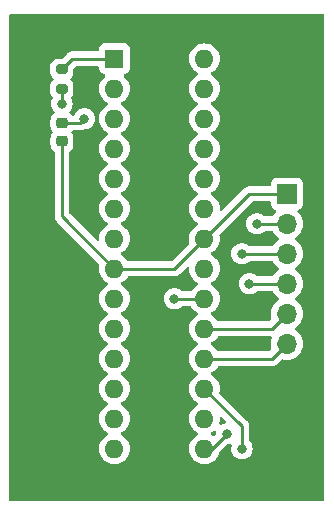
<source format=gbr>
%TF.GenerationSoftware,KiCad,Pcbnew,7.0.1*%
%TF.CreationDate,2023-05-04T02:21:34+01:00*%
%TF.ProjectId,wiikey_dip,7769696b-6579-45f6-9469-702e6b696361,rev?*%
%TF.SameCoordinates,Original*%
%TF.FileFunction,Copper,L1,Top*%
%TF.FilePolarity,Positive*%
%FSLAX46Y46*%
G04 Gerber Fmt 4.6, Leading zero omitted, Abs format (unit mm)*
G04 Created by KiCad (PCBNEW 7.0.1) date 2023-05-04 02:21:34*
%MOMM*%
%LPD*%
G01*
G04 APERTURE LIST*
G04 Aperture macros list*
%AMRoundRect*
0 Rectangle with rounded corners*
0 $1 Rounding radius*
0 $2 $3 $4 $5 $6 $7 $8 $9 X,Y pos of 4 corners*
0 Add a 4 corners polygon primitive as box body*
4,1,4,$2,$3,$4,$5,$6,$7,$8,$9,$2,$3,0*
0 Add four circle primitives for the rounded corners*
1,1,$1+$1,$2,$3*
1,1,$1+$1,$4,$5*
1,1,$1+$1,$6,$7*
1,1,$1+$1,$8,$9*
0 Add four rect primitives between the rounded corners*
20,1,$1+$1,$2,$3,$4,$5,0*
20,1,$1+$1,$4,$5,$6,$7,0*
20,1,$1+$1,$6,$7,$8,$9,0*
20,1,$1+$1,$8,$9,$2,$3,0*%
G04 Aperture macros list end*
%TA.AperFunction,ComponentPad*%
%ADD10R,1.600000X1.600000*%
%TD*%
%TA.AperFunction,ComponentPad*%
%ADD11O,1.600000X1.600000*%
%TD*%
%TA.AperFunction,SMDPad,CuDef*%
%ADD12RoundRect,0.200000X0.275000X-0.200000X0.275000X0.200000X-0.275000X0.200000X-0.275000X-0.200000X0*%
%TD*%
%TA.AperFunction,ComponentPad*%
%ADD13R,1.700000X1.700000*%
%TD*%
%TA.AperFunction,ComponentPad*%
%ADD14O,1.700000X1.700000*%
%TD*%
%TA.AperFunction,SMDPad,CuDef*%
%ADD15RoundRect,0.225000X0.250000X-0.225000X0.250000X0.225000X-0.250000X0.225000X-0.250000X-0.225000X0*%
%TD*%
%TA.AperFunction,ViaPad*%
%ADD16C,0.800000*%
%TD*%
%TA.AperFunction,Conductor*%
%ADD17C,0.250000*%
%TD*%
G04 APERTURE END LIST*
D10*
%TO.P,U1,1,PC6/~{RESET}*%
%TO.N,Net-(U1-PC6{slash}~{RESET})*%
X153035000Y-79375000D03*
D11*
%TO.P,U1,2,PD0*%
%TO.N,unconnected-(U1-PD0-Pad2)*%
X153035000Y-81915000D03*
%TO.P,U1,3,PD1*%
%TO.N,unconnected-(U1-PD1-Pad3)*%
X153035000Y-84455000D03*
%TO.P,U1,4,PD2*%
%TO.N,unconnected-(U1-PD2-Pad4)*%
X153035000Y-86995000D03*
%TO.P,U1,5,PD3*%
%TO.N,unconnected-(U1-PD3-Pad5)*%
X153035000Y-89535000D03*
%TO.P,U1,6,PD4*%
%TO.N,unconnected-(U1-PD4-Pad6)*%
X153035000Y-92075000D03*
%TO.P,U1,7,VCC*%
%TO.N,Net-(J1-Pin_2)*%
X153035000Y-94615000D03*
%TO.P,U1,8,GND*%
%TO.N,Net-(J1-Pin_1)*%
X153035000Y-97155000D03*
%TO.P,U1,9,PB6/XTAL1*%
%TO.N,unconnected-(U1-PB6{slash}XTAL1-Pad9)*%
X153035000Y-99695000D03*
%TO.P,U1,10,PB7/XTAL2*%
%TO.N,unconnected-(U1-PB7{slash}XTAL2-Pad10)*%
X153035000Y-102235000D03*
%TO.P,U1,11,PD5*%
%TO.N,unconnected-(U1-PD5-Pad11)*%
X153035000Y-104775000D03*
%TO.P,U1,12,PD6*%
%TO.N,unconnected-(U1-PD6-Pad12)*%
X153035000Y-107315000D03*
%TO.P,U1,13,PD7*%
%TO.N,unconnected-(U1-PD7-Pad13)*%
X153035000Y-109855000D03*
%TO.P,U1,14,PB0*%
%TO.N,unconnected-(U1-PB0-Pad14)*%
X153035000Y-112395000D03*
%TO.P,U1,15,PB1*%
%TO.N,Net-(J1-Pin_3)*%
X160655000Y-112395000D03*
%TO.P,U1,16,PB2*%
%TO.N,unconnected-(U1-PB2-Pad16)*%
X160655000Y-109855000D03*
%TO.P,U1,17,PB3*%
%TO.N,Net-(J1-Pin_4)*%
X160655000Y-107315000D03*
%TO.P,U1,18,PB4*%
%TO.N,Net-(J1-Pin_6)*%
X160655000Y-104775000D03*
%TO.P,U1,19,PB5*%
%TO.N,Net-(J1-Pin_5)*%
X160655000Y-102235000D03*
%TO.P,U1,20,AVCC*%
%TO.N,Net-(U1-AVCC)*%
X160655000Y-99695000D03*
%TO.P,U1,21,AREF*%
%TO.N,unconnected-(U1-AREF-Pad21)*%
X160655000Y-97155000D03*
%TO.P,U1,22,AGND*%
%TO.N,Net-(J1-Pin_1)*%
X160655000Y-94615000D03*
%TO.P,U1,23,PC0*%
%TO.N,unconnected-(U1-PC0-Pad23)*%
X160655000Y-92075000D03*
%TO.P,U1,24,PC1*%
%TO.N,unconnected-(U1-PC1-Pad24)*%
X160655000Y-89535000D03*
%TO.P,U1,25,PC2*%
%TO.N,unconnected-(U1-PC2-Pad25)*%
X160655000Y-86995000D03*
%TO.P,U1,26,PC3*%
%TO.N,unconnected-(U1-PC3-Pad26)*%
X160655000Y-84455000D03*
%TO.P,U1,27,PC4*%
%TO.N,unconnected-(U1-PC4-Pad27)*%
X160655000Y-81915000D03*
%TO.P,U1,28,PC5*%
%TO.N,unconnected-(U1-PC5-Pad28)*%
X160655000Y-79375000D03*
%TD*%
D12*
%TO.P,R1,1*%
%TO.N,Net-(U1-AVCC)*%
X148590000Y-81915000D03*
%TO.P,R1,2*%
%TO.N,Net-(U1-PC6{slash}~{RESET})*%
X148590000Y-80265000D03*
%TD*%
D13*
%TO.P,J1,1,Pin_1*%
%TO.N,Net-(J1-Pin_1)*%
X167640000Y-90805000D03*
D14*
%TO.P,J1,2,Pin_2*%
%TO.N,Net-(J1-Pin_2)*%
X167640000Y-93345000D03*
%TO.P,J1,3,Pin_3*%
%TO.N,Net-(J1-Pin_3)*%
X167640000Y-95885000D03*
%TO.P,J1,4,Pin_4*%
%TO.N,Net-(J1-Pin_4)*%
X167640000Y-98425000D03*
%TO.P,J1,5,Pin_5*%
%TO.N,Net-(J1-Pin_5)*%
X167640000Y-100965000D03*
%TO.P,J1,6,Pin_6*%
%TO.N,Net-(J1-Pin_6)*%
X167640000Y-103505000D03*
%TD*%
D15*
%TO.P,C1,1*%
%TO.N,Net-(J1-Pin_1)*%
X148590000Y-86360000D03*
%TO.P,C1,2*%
%TO.N,Net-(J1-Pin_2)*%
X148590000Y-84810000D03*
%TD*%
D16*
%TO.N,Net-(J1-Pin_3)*%
X163830000Y-95885000D03*
X162560000Y-111125000D03*
%TO.N,Net-(J1-Pin_4)*%
X163830000Y-112395000D03*
%TO.N,Net-(U1-AVCC)*%
X158115000Y-99695000D03*
%TO.N,Net-(J1-Pin_2)*%
X150495000Y-84455000D03*
X165100000Y-93345000D03*
%TO.N,Net-(J1-Pin_4)*%
X164465000Y-98425000D03*
%TO.N,Net-(U1-AVCC)*%
X148590000Y-83185000D03*
%TD*%
D17*
%TO.N,Net-(J1-Pin_3)*%
X161290000Y-112395000D02*
X160655000Y-112395000D01*
X162560000Y-111125000D02*
X161290000Y-112395000D01*
X167640000Y-95885000D02*
X163830000Y-95885000D01*
%TO.N,Net-(J1-Pin_4)*%
X163830000Y-110490000D02*
X163830000Y-112395000D01*
X160655000Y-107315000D02*
X163830000Y-110490000D01*
X167640000Y-98425000D02*
X164465000Y-98425000D01*
%TO.N,Net-(J1-Pin_5)*%
X166370000Y-102235000D02*
X160655000Y-102235000D01*
X167640000Y-100965000D02*
X166370000Y-102235000D01*
%TO.N,Net-(J1-Pin_6)*%
X166370000Y-104775000D02*
X167640000Y-103505000D01*
X160655000Y-104775000D02*
X166370000Y-104775000D01*
%TO.N,Net-(U1-AVCC)*%
X158115000Y-99695000D02*
X160655000Y-99695000D01*
%TO.N,Net-(J1-Pin_2)*%
X148590000Y-84810000D02*
X150140000Y-84810000D01*
X150140000Y-84810000D02*
X150495000Y-84455000D01*
X167640000Y-93345000D02*
X165100000Y-93345000D01*
%TO.N,Net-(J1-Pin_1)*%
X164465000Y-90805000D02*
X167640000Y-90805000D01*
X160655000Y-94615000D02*
X164465000Y-90805000D01*
X158115000Y-97155000D02*
X160655000Y-94615000D01*
X153035000Y-97155000D02*
X158115000Y-97155000D01*
X148590000Y-92710000D02*
X153035000Y-97155000D01*
X148590000Y-86360000D02*
X148590000Y-92710000D01*
%TO.N,Net-(U1-AVCC)*%
X148590000Y-81915000D02*
X148590000Y-83185000D01*
%TO.N,Net-(U1-PC6{slash}~{RESET})*%
X149480000Y-79375000D02*
X148590000Y-80265000D01*
X153035000Y-79375000D02*
X149480000Y-79375000D01*
%TD*%
%TA.AperFunction,NonConductor*%
G36*
X170753000Y-75581613D02*
G01*
X170798387Y-75627000D01*
X170815000Y-75689000D01*
X170815000Y-116716000D01*
X170798387Y-116778000D01*
X170753000Y-116823387D01*
X170691000Y-116840000D01*
X144269000Y-116840000D01*
X144207000Y-116823387D01*
X144161613Y-116778000D01*
X144145000Y-116716000D01*
X144145000Y-86633344D01*
X147614500Y-86633344D01*
X147624650Y-86732707D01*
X147677997Y-86893699D01*
X147767031Y-87038044D01*
X147886955Y-87157968D01*
X147905597Y-87169467D01*
X147948778Y-87214574D01*
X147964500Y-87275005D01*
X147964500Y-92627256D01*
X147962235Y-92647762D01*
X147964439Y-92717873D01*
X147964500Y-92721768D01*
X147964500Y-92749349D01*
X147965003Y-92753334D01*
X147965918Y-92764967D01*
X147967290Y-92808626D01*
X147972879Y-92827860D01*
X147976825Y-92846916D01*
X147979335Y-92866792D01*
X147995414Y-92907404D01*
X147999197Y-92918451D01*
X148011382Y-92960391D01*
X148021580Y-92977635D01*
X148030136Y-92995100D01*
X148037514Y-93013732D01*
X148037515Y-93013733D01*
X148063180Y-93049059D01*
X148069593Y-93058822D01*
X148091826Y-93096416D01*
X148091829Y-93096419D01*
X148091830Y-93096420D01*
X148105995Y-93110585D01*
X148118627Y-93125375D01*
X148130406Y-93141587D01*
X148164058Y-93169426D01*
X148172699Y-93177289D01*
X151735586Y-96740177D01*
X151767680Y-96795764D01*
X151767680Y-96859950D01*
X151749364Y-96928307D01*
X151729531Y-97155000D01*
X151749364Y-97381689D01*
X151808261Y-97601497D01*
X151904432Y-97807735D01*
X152034953Y-97994140D01*
X152195859Y-98155046D01*
X152312537Y-98236744D01*
X152382266Y-98285568D01*
X152440275Y-98312618D01*
X152492450Y-98358375D01*
X152511869Y-98425000D01*
X152492450Y-98491625D01*
X152440275Y-98537382D01*
X152382263Y-98564433D01*
X152195859Y-98694953D01*
X152034953Y-98855859D01*
X151904432Y-99042264D01*
X151808261Y-99248502D01*
X151749364Y-99468310D01*
X151729531Y-99695000D01*
X151749364Y-99921689D01*
X151808261Y-100141497D01*
X151904432Y-100347735D01*
X152034953Y-100534140D01*
X152195859Y-100695046D01*
X152382263Y-100825566D01*
X152382266Y-100825568D01*
X152440275Y-100852618D01*
X152492450Y-100898375D01*
X152511869Y-100965000D01*
X152492450Y-101031625D01*
X152440275Y-101077382D01*
X152382263Y-101104433D01*
X152195859Y-101234953D01*
X152034953Y-101395859D01*
X151904432Y-101582264D01*
X151808261Y-101788502D01*
X151749364Y-102008310D01*
X151729531Y-102235000D01*
X151749364Y-102461689D01*
X151808261Y-102681497D01*
X151904432Y-102887735D01*
X152034953Y-103074140D01*
X152195859Y-103235046D01*
X152382262Y-103365565D01*
X152382266Y-103365568D01*
X152440275Y-103392618D01*
X152492450Y-103438375D01*
X152511869Y-103505000D01*
X152492450Y-103571625D01*
X152440275Y-103617382D01*
X152382263Y-103644433D01*
X152195859Y-103774953D01*
X152034953Y-103935859D01*
X151904432Y-104122264D01*
X151808261Y-104328502D01*
X151749364Y-104548310D01*
X151729531Y-104775000D01*
X151749364Y-105001689D01*
X151808261Y-105221497D01*
X151904432Y-105427735D01*
X152034953Y-105614140D01*
X152195859Y-105775046D01*
X152382263Y-105905566D01*
X152382266Y-105905568D01*
X152440275Y-105932618D01*
X152492450Y-105978375D01*
X152511869Y-106045000D01*
X152492450Y-106111625D01*
X152440275Y-106157382D01*
X152382263Y-106184433D01*
X152195859Y-106314953D01*
X152034953Y-106475859D01*
X151904432Y-106662264D01*
X151808261Y-106868502D01*
X151749364Y-107088310D01*
X151729531Y-107315000D01*
X151749364Y-107541689D01*
X151808261Y-107761497D01*
X151904432Y-107967735D01*
X152034953Y-108154140D01*
X152195859Y-108315046D01*
X152382263Y-108445566D01*
X152382266Y-108445568D01*
X152440275Y-108472618D01*
X152492450Y-108518375D01*
X152511869Y-108585000D01*
X152492450Y-108651625D01*
X152440275Y-108697382D01*
X152382263Y-108724433D01*
X152195859Y-108854953D01*
X152034953Y-109015859D01*
X151904432Y-109202264D01*
X151808261Y-109408502D01*
X151749364Y-109628310D01*
X151729531Y-109855000D01*
X151749364Y-110081689D01*
X151808261Y-110301497D01*
X151904432Y-110507735D01*
X152034953Y-110694140D01*
X152195859Y-110855046D01*
X152231796Y-110880209D01*
X152382266Y-110985568D01*
X152440273Y-111012617D01*
X152492449Y-111058373D01*
X152511869Y-111124997D01*
X152492451Y-111191622D01*
X152440276Y-111237380D01*
X152382266Y-111264431D01*
X152195859Y-111394953D01*
X152034953Y-111555859D01*
X151904432Y-111742264D01*
X151808261Y-111948502D01*
X151749364Y-112168310D01*
X151729531Y-112395000D01*
X151749364Y-112621689D01*
X151808261Y-112841497D01*
X151904432Y-113047735D01*
X152034953Y-113234140D01*
X152195859Y-113395046D01*
X152382264Y-113525567D01*
X152382265Y-113525567D01*
X152382266Y-113525568D01*
X152588504Y-113621739D01*
X152808308Y-113680635D01*
X153035000Y-113700468D01*
X153261692Y-113680635D01*
X153481496Y-113621739D01*
X153687734Y-113525568D01*
X153874139Y-113395047D01*
X154035047Y-113234139D01*
X154165568Y-113047734D01*
X154261739Y-112841496D01*
X154320635Y-112621692D01*
X154340468Y-112395000D01*
X154320635Y-112168308D01*
X154261739Y-111948504D01*
X154165568Y-111742266D01*
X154164507Y-111740751D01*
X154035046Y-111555859D01*
X153874140Y-111394953D01*
X153687732Y-111264430D01*
X153629724Y-111237380D01*
X153577549Y-111191623D01*
X153558130Y-111124997D01*
X153577550Y-111058373D01*
X153629721Y-111012619D01*
X153687734Y-110985568D01*
X153874139Y-110855047D01*
X154035047Y-110694139D01*
X154165568Y-110507734D01*
X154261739Y-110301496D01*
X154320635Y-110081692D01*
X154340468Y-109855000D01*
X154320635Y-109628308D01*
X154261739Y-109408504D01*
X154165568Y-109202266D01*
X154035047Y-109015861D01*
X154035046Y-109015859D01*
X153874140Y-108854953D01*
X153687733Y-108724431D01*
X153629725Y-108697382D01*
X153577549Y-108651625D01*
X153558129Y-108585000D01*
X153577549Y-108518375D01*
X153629725Y-108472618D01*
X153687734Y-108445568D01*
X153874139Y-108315047D01*
X154035047Y-108154139D01*
X154165568Y-107967734D01*
X154261739Y-107761496D01*
X154320635Y-107541692D01*
X154340468Y-107315000D01*
X154320635Y-107088308D01*
X154261739Y-106868504D01*
X154165568Y-106662266D01*
X154035047Y-106475861D01*
X154035046Y-106475859D01*
X153874140Y-106314953D01*
X153687733Y-106184431D01*
X153629725Y-106157382D01*
X153577549Y-106111625D01*
X153558129Y-106045000D01*
X153577549Y-105978375D01*
X153629725Y-105932618D01*
X153687734Y-105905568D01*
X153874139Y-105775047D01*
X154035047Y-105614139D01*
X154165568Y-105427734D01*
X154261739Y-105221496D01*
X154320635Y-105001692D01*
X154340468Y-104775000D01*
X154320635Y-104548308D01*
X154261739Y-104328504D01*
X154165568Y-104122266D01*
X154058014Y-103968662D01*
X154035046Y-103935859D01*
X153874140Y-103774953D01*
X153687732Y-103644430D01*
X153629724Y-103617380D01*
X153577549Y-103571623D01*
X153558130Y-103504997D01*
X153577550Y-103438373D01*
X153629721Y-103392619D01*
X153687734Y-103365568D01*
X153874139Y-103235047D01*
X154035047Y-103074139D01*
X154165568Y-102887734D01*
X154261739Y-102681496D01*
X154320635Y-102461692D01*
X154340468Y-102235000D01*
X154320635Y-102008308D01*
X154261739Y-101788504D01*
X154165568Y-101582266D01*
X154058014Y-101428662D01*
X154035046Y-101395859D01*
X153874140Y-101234953D01*
X153687733Y-101104431D01*
X153629725Y-101077382D01*
X153577549Y-101031625D01*
X153558129Y-100965000D01*
X153577549Y-100898375D01*
X153629725Y-100852618D01*
X153687734Y-100825568D01*
X153874139Y-100695047D01*
X154035047Y-100534139D01*
X154165568Y-100347734D01*
X154261739Y-100141496D01*
X154320635Y-99921692D01*
X154340468Y-99695000D01*
X154320635Y-99468308D01*
X154261739Y-99248504D01*
X154165568Y-99042266D01*
X154155909Y-99028472D01*
X154035046Y-98855859D01*
X153874140Y-98694953D01*
X153687733Y-98564431D01*
X153629725Y-98537382D01*
X153577549Y-98491625D01*
X153558129Y-98425000D01*
X153577549Y-98358375D01*
X153629725Y-98312618D01*
X153687734Y-98285568D01*
X153874139Y-98155047D01*
X154035047Y-97994139D01*
X154147612Y-97833377D01*
X154191931Y-97794511D01*
X154249188Y-97780500D01*
X158032256Y-97780500D01*
X158052762Y-97782764D01*
X158055665Y-97782672D01*
X158055667Y-97782673D01*
X158122872Y-97780561D01*
X158126768Y-97780500D01*
X158154349Y-97780500D01*
X158154350Y-97780500D01*
X158158319Y-97779998D01*
X158169965Y-97779080D01*
X158213627Y-97777709D01*
X158232859Y-97772120D01*
X158251918Y-97768174D01*
X158258196Y-97767381D01*
X158271792Y-97765664D01*
X158312407Y-97749582D01*
X158323444Y-97745803D01*
X158365390Y-97733618D01*
X158382629Y-97723422D01*
X158400102Y-97714862D01*
X158418732Y-97707486D01*
X158454064Y-97681814D01*
X158463830Y-97675400D01*
X158501418Y-97653171D01*
X158501417Y-97653171D01*
X158501420Y-97653170D01*
X158515585Y-97639004D01*
X158530373Y-97626373D01*
X158546587Y-97614594D01*
X158574438Y-97580926D01*
X158582279Y-97572309D01*
X159142183Y-97012405D01*
X159193608Y-96981506D01*
X159253522Y-96978366D01*
X159307898Y-97003722D01*
X159344004Y-97051637D01*
X159353390Y-97110895D01*
X159349531Y-97154999D01*
X159369364Y-97381689D01*
X159428261Y-97601497D01*
X159524432Y-97807735D01*
X159654953Y-97994140D01*
X159815859Y-98155046D01*
X159932537Y-98236744D01*
X160002266Y-98285568D01*
X160060275Y-98312618D01*
X160112450Y-98358375D01*
X160131869Y-98425000D01*
X160112450Y-98491625D01*
X160060275Y-98537382D01*
X160002263Y-98564433D01*
X159815859Y-98694953D01*
X159654953Y-98855859D01*
X159542387Y-99016623D01*
X159498069Y-99055489D01*
X159440812Y-99069500D01*
X158818747Y-99069500D01*
X158768312Y-99058780D01*
X158726598Y-99028473D01*
X158720871Y-99022112D01*
X158567730Y-98910849D01*
X158567729Y-98910848D01*
X158567727Y-98910847D01*
X158394802Y-98833855D01*
X158209648Y-98794500D01*
X158209646Y-98794500D01*
X158020354Y-98794500D01*
X158020352Y-98794500D01*
X157835197Y-98833855D01*
X157662269Y-98910848D01*
X157509129Y-99022110D01*
X157382466Y-99162783D01*
X157287820Y-99326715D01*
X157229326Y-99506742D01*
X157209540Y-99694999D01*
X157229326Y-99883257D01*
X157287820Y-100063284D01*
X157382466Y-100227216D01*
X157509129Y-100367889D01*
X157662269Y-100479151D01*
X157835197Y-100556144D01*
X158020352Y-100595500D01*
X158020354Y-100595500D01*
X158209646Y-100595500D01*
X158209648Y-100595500D01*
X158333084Y-100569262D01*
X158394803Y-100556144D01*
X158567730Y-100479151D01*
X158720871Y-100367888D01*
X158726598Y-100361526D01*
X158768312Y-100331220D01*
X158818747Y-100320500D01*
X159440812Y-100320500D01*
X159498069Y-100334511D01*
X159542387Y-100373377D01*
X159654953Y-100534140D01*
X159815859Y-100695046D01*
X160002263Y-100825566D01*
X160002266Y-100825568D01*
X160060275Y-100852618D01*
X160112450Y-100898375D01*
X160131869Y-100965000D01*
X160112450Y-101031625D01*
X160060275Y-101077382D01*
X160002263Y-101104433D01*
X159815859Y-101234953D01*
X159654953Y-101395859D01*
X159524432Y-101582264D01*
X159428261Y-101788502D01*
X159369364Y-102008310D01*
X159349531Y-102235000D01*
X159369364Y-102461689D01*
X159428261Y-102681497D01*
X159524432Y-102887735D01*
X159654953Y-103074140D01*
X159815859Y-103235046D01*
X160002262Y-103365565D01*
X160002266Y-103365568D01*
X160060275Y-103392618D01*
X160112450Y-103438375D01*
X160131869Y-103505000D01*
X160112450Y-103571625D01*
X160060275Y-103617382D01*
X160002263Y-103644433D01*
X159815859Y-103774953D01*
X159654953Y-103935859D01*
X159524432Y-104122264D01*
X159428261Y-104328502D01*
X159369364Y-104548310D01*
X159349531Y-104775000D01*
X159369364Y-105001689D01*
X159428261Y-105221497D01*
X159524432Y-105427735D01*
X159654953Y-105614140D01*
X159815859Y-105775046D01*
X160002263Y-105905566D01*
X160002266Y-105905568D01*
X160060275Y-105932618D01*
X160112450Y-105978375D01*
X160131869Y-106045000D01*
X160112450Y-106111625D01*
X160060275Y-106157382D01*
X160002263Y-106184433D01*
X159815859Y-106314953D01*
X159654953Y-106475859D01*
X159524432Y-106662264D01*
X159428261Y-106868502D01*
X159369364Y-107088310D01*
X159349531Y-107315000D01*
X159369364Y-107541689D01*
X159428261Y-107761497D01*
X159524432Y-107967735D01*
X159654953Y-108154140D01*
X159815859Y-108315046D01*
X160002263Y-108445566D01*
X160002266Y-108445568D01*
X160060275Y-108472618D01*
X160112450Y-108518375D01*
X160131869Y-108585000D01*
X160112450Y-108651625D01*
X160060275Y-108697382D01*
X160002263Y-108724433D01*
X159815859Y-108854953D01*
X159654953Y-109015859D01*
X159524432Y-109202264D01*
X159428261Y-109408502D01*
X159369364Y-109628310D01*
X159349531Y-109855000D01*
X159369364Y-110081689D01*
X159428261Y-110301497D01*
X159524432Y-110507735D01*
X159654953Y-110694140D01*
X159815859Y-110855046D01*
X159851796Y-110880209D01*
X160002266Y-110985568D01*
X160060273Y-111012617D01*
X160112449Y-111058373D01*
X160131869Y-111124997D01*
X160112451Y-111191622D01*
X160060276Y-111237380D01*
X160002266Y-111264431D01*
X159815859Y-111394953D01*
X159654953Y-111555859D01*
X159524432Y-111742264D01*
X159428261Y-111948502D01*
X159369364Y-112168310D01*
X159349531Y-112395000D01*
X159369364Y-112621689D01*
X159428261Y-112841497D01*
X159524432Y-113047735D01*
X159654953Y-113234140D01*
X159815859Y-113395046D01*
X160002264Y-113525567D01*
X160002265Y-113525567D01*
X160002266Y-113525568D01*
X160208504Y-113621739D01*
X160428308Y-113680635D01*
X160655000Y-113700468D01*
X160881692Y-113680635D01*
X161101496Y-113621739D01*
X161307734Y-113525568D01*
X161494139Y-113395047D01*
X161655047Y-113234139D01*
X161785568Y-113047734D01*
X161881739Y-112841496D01*
X161929377Y-112663703D01*
X161961468Y-112608120D01*
X162507771Y-112061819D01*
X162548000Y-112034939D01*
X162595453Y-112025500D01*
X162654648Y-112025500D01*
X162818994Y-111990567D01*
X162883093Y-111993926D01*
X162936925Y-112028884D01*
X162966065Y-112086075D01*
X162962706Y-112150174D01*
X162944326Y-112206740D01*
X162924540Y-112395000D01*
X162944326Y-112583257D01*
X163002820Y-112763284D01*
X163097466Y-112927216D01*
X163224129Y-113067889D01*
X163377269Y-113179151D01*
X163550197Y-113256144D01*
X163735352Y-113295500D01*
X163735354Y-113295500D01*
X163924646Y-113295500D01*
X163924648Y-113295500D01*
X164048083Y-113269262D01*
X164109803Y-113256144D01*
X164282730Y-113179151D01*
X164435871Y-113067888D01*
X164562533Y-112927216D01*
X164657179Y-112763284D01*
X164715674Y-112583256D01*
X164735460Y-112395000D01*
X164715674Y-112206744D01*
X164659851Y-112034939D01*
X164657179Y-112026715D01*
X164562535Y-111862786D01*
X164522962Y-111818836D01*
X164487347Y-111779282D01*
X164463736Y-111740751D01*
X164455500Y-111696313D01*
X164455500Y-110572741D01*
X164457763Y-110552237D01*
X164455561Y-110482145D01*
X164455500Y-110478251D01*
X164455500Y-110450657D01*
X164455500Y-110450650D01*
X164454995Y-110446653D01*
X164454080Y-110435023D01*
X164452709Y-110391373D01*
X164447120Y-110372140D01*
X164443174Y-110353082D01*
X164440664Y-110333206D01*
X164424588Y-110292604D01*
X164420804Y-110281553D01*
X164414881Y-110261168D01*
X164408618Y-110239610D01*
X164398414Y-110222355D01*
X164389861Y-110204895D01*
X164382486Y-110186269D01*
X164382486Y-110186268D01*
X164356808Y-110150925D01*
X164350401Y-110141171D01*
X164328169Y-110103579D01*
X164314006Y-110089416D01*
X164301367Y-110074617D01*
X164289595Y-110058413D01*
X164255941Y-110030573D01*
X164247299Y-110022709D01*
X161954413Y-107729822D01*
X161922319Y-107674234D01*
X161922319Y-107610047D01*
X161940635Y-107541692D01*
X161960468Y-107315000D01*
X161940635Y-107088308D01*
X161881739Y-106868504D01*
X161785568Y-106662266D01*
X161655047Y-106475861D01*
X161655046Y-106475859D01*
X161494140Y-106314953D01*
X161307733Y-106184431D01*
X161249725Y-106157382D01*
X161197549Y-106111625D01*
X161178129Y-106045000D01*
X161197549Y-105978375D01*
X161249725Y-105932618D01*
X161307734Y-105905568D01*
X161494139Y-105775047D01*
X161655047Y-105614139D01*
X161767612Y-105453377D01*
X161811931Y-105414511D01*
X161869188Y-105400500D01*
X166287256Y-105400500D01*
X166307762Y-105402764D01*
X166310665Y-105402672D01*
X166310667Y-105402673D01*
X166377872Y-105400561D01*
X166381768Y-105400500D01*
X166409349Y-105400500D01*
X166409350Y-105400500D01*
X166413319Y-105399998D01*
X166424965Y-105399080D01*
X166468627Y-105397709D01*
X166487859Y-105392120D01*
X166506918Y-105388174D01*
X166513196Y-105387381D01*
X166526792Y-105385664D01*
X166567407Y-105369582D01*
X166578444Y-105365803D01*
X166620390Y-105353618D01*
X166637629Y-105343422D01*
X166655102Y-105334862D01*
X166673732Y-105327486D01*
X166709064Y-105301814D01*
X166718830Y-105295400D01*
X166756418Y-105273171D01*
X166756417Y-105273171D01*
X166756420Y-105273170D01*
X166770585Y-105259004D01*
X166785373Y-105246373D01*
X166801587Y-105234594D01*
X166829438Y-105200926D01*
X166837279Y-105192309D01*
X167184353Y-104845235D01*
X167239939Y-104813143D01*
X167304126Y-104813143D01*
X167404592Y-104840063D01*
X167640000Y-104860659D01*
X167875408Y-104840063D01*
X168103663Y-104778903D01*
X168317830Y-104679035D01*
X168511401Y-104543495D01*
X168678495Y-104376401D01*
X168814035Y-104182830D01*
X168913903Y-103968663D01*
X168975063Y-103740408D01*
X168995659Y-103505000D01*
X168975063Y-103269592D01*
X168913903Y-103041337D01*
X168814035Y-102827171D01*
X168678495Y-102633599D01*
X168511401Y-102466505D01*
X168325839Y-102336573D01*
X168286974Y-102292255D01*
X168272964Y-102234999D01*
X168286975Y-102177742D01*
X168325837Y-102133428D01*
X168511401Y-102003495D01*
X168678495Y-101836401D01*
X168814035Y-101642830D01*
X168913903Y-101428663D01*
X168975063Y-101200408D01*
X168995659Y-100965000D01*
X168975063Y-100729592D01*
X168913903Y-100501337D01*
X168814035Y-100287171D01*
X168678495Y-100093599D01*
X168511401Y-99926505D01*
X168325839Y-99796573D01*
X168286974Y-99752255D01*
X168272964Y-99694999D01*
X168286975Y-99637742D01*
X168325837Y-99593428D01*
X168511401Y-99463495D01*
X168678495Y-99296401D01*
X168814035Y-99102830D01*
X168913903Y-98888663D01*
X168975063Y-98660408D01*
X168995659Y-98425000D01*
X168975063Y-98189592D01*
X168913903Y-97961337D01*
X168814035Y-97747171D01*
X168678495Y-97553599D01*
X168511401Y-97386505D01*
X168325839Y-97256573D01*
X168286976Y-97212257D01*
X168272965Y-97155000D01*
X168286976Y-97097743D01*
X168325839Y-97053426D01*
X168511401Y-96923495D01*
X168678495Y-96756401D01*
X168814035Y-96562830D01*
X168913903Y-96348663D01*
X168975063Y-96120408D01*
X168995659Y-95885000D01*
X168975063Y-95649592D01*
X168913903Y-95421337D01*
X168814035Y-95207171D01*
X168678495Y-95013599D01*
X168511401Y-94846505D01*
X168325839Y-94716573D01*
X168286975Y-94672257D01*
X168272964Y-94615000D01*
X168286975Y-94557743D01*
X168325839Y-94513426D01*
X168511401Y-94383495D01*
X168678495Y-94216401D01*
X168814035Y-94022830D01*
X168913903Y-93808663D01*
X168975063Y-93580408D01*
X168995659Y-93345000D01*
X168975063Y-93109592D01*
X168913903Y-92881337D01*
X168814035Y-92667171D01*
X168678495Y-92473599D01*
X168556569Y-92351672D01*
X168525273Y-92298927D01*
X168523084Y-92237634D01*
X168550537Y-92182789D01*
X168600916Y-92147810D01*
X168732331Y-92098796D01*
X168847546Y-92012546D01*
X168933796Y-91897331D01*
X168984091Y-91762483D01*
X168990500Y-91702873D01*
X168990499Y-89907128D01*
X168984091Y-89847517D01*
X168933796Y-89712669D01*
X168847546Y-89597454D01*
X168732331Y-89511204D01*
X168597483Y-89460909D01*
X168537873Y-89454500D01*
X168537869Y-89454500D01*
X166742130Y-89454500D01*
X166682515Y-89460909D01*
X166547669Y-89511204D01*
X166432454Y-89597454D01*
X166346204Y-89712668D01*
X166295909Y-89847516D01*
X166289500Y-89907131D01*
X166289500Y-90055500D01*
X166272887Y-90117500D01*
X166227500Y-90162887D01*
X166165500Y-90179500D01*
X164547744Y-90179500D01*
X164527236Y-90177235D01*
X164457113Y-90179439D01*
X164453219Y-90179500D01*
X164425650Y-90179500D01*
X164421671Y-90180002D01*
X164410041Y-90180917D01*
X164366372Y-90182289D01*
X164347128Y-90187880D01*
X164328084Y-90191824D01*
X164308208Y-90194335D01*
X164267600Y-90210413D01*
X164256554Y-90214194D01*
X164214610Y-90226382D01*
X164214607Y-90226383D01*
X164197365Y-90236579D01*
X164179904Y-90245133D01*
X164161267Y-90252512D01*
X164125931Y-90278185D01*
X164116174Y-90284595D01*
X164078580Y-90306829D01*
X164064413Y-90320996D01*
X164049624Y-90333626D01*
X164033413Y-90345404D01*
X164005572Y-90379058D01*
X163997711Y-90387697D01*
X162167819Y-92217588D01*
X162116392Y-92248489D01*
X162056477Y-92251629D01*
X162002102Y-92226273D01*
X161965995Y-92178357D01*
X161956610Y-92119099D01*
X161960468Y-92074999D01*
X161940635Y-91848310D01*
X161940635Y-91848308D01*
X161881739Y-91628504D01*
X161785568Y-91422266D01*
X161655047Y-91235861D01*
X161655046Y-91235859D01*
X161494140Y-91074953D01*
X161307733Y-90944431D01*
X161249725Y-90917382D01*
X161197549Y-90871625D01*
X161178129Y-90805000D01*
X161197549Y-90738375D01*
X161249725Y-90692618D01*
X161307734Y-90665568D01*
X161494139Y-90535047D01*
X161655047Y-90374139D01*
X161785568Y-90187734D01*
X161881739Y-89981496D01*
X161940635Y-89761692D01*
X161960468Y-89535000D01*
X161940635Y-89308308D01*
X161881739Y-89088504D01*
X161785568Y-88882266D01*
X161655047Y-88695861D01*
X161655046Y-88695859D01*
X161494140Y-88534953D01*
X161307736Y-88404433D01*
X161249723Y-88377381D01*
X161197548Y-88331623D01*
X161178129Y-88264997D01*
X161197549Y-88198372D01*
X161249721Y-88152619D01*
X161307734Y-88125568D01*
X161494139Y-87995047D01*
X161655047Y-87834139D01*
X161785568Y-87647734D01*
X161881739Y-87441496D01*
X161940635Y-87221692D01*
X161960468Y-86995000D01*
X161940635Y-86768308D01*
X161881739Y-86548504D01*
X161785568Y-86342266D01*
X161655047Y-86155861D01*
X161655046Y-86155859D01*
X161494140Y-85994953D01*
X161307733Y-85864431D01*
X161249725Y-85837382D01*
X161197549Y-85791625D01*
X161178129Y-85725000D01*
X161197549Y-85658375D01*
X161249725Y-85612618D01*
X161307734Y-85585568D01*
X161494139Y-85455047D01*
X161655047Y-85294139D01*
X161785568Y-85107734D01*
X161881739Y-84901496D01*
X161940635Y-84681692D01*
X161960468Y-84455000D01*
X161940635Y-84228308D01*
X161881739Y-84008504D01*
X161785568Y-83802266D01*
X161771456Y-83782112D01*
X161655046Y-83615859D01*
X161494140Y-83454953D01*
X161307733Y-83324431D01*
X161249725Y-83297382D01*
X161197549Y-83251625D01*
X161178129Y-83185000D01*
X161197549Y-83118375D01*
X161249725Y-83072618D01*
X161307734Y-83045568D01*
X161494139Y-82915047D01*
X161655047Y-82754139D01*
X161785568Y-82567734D01*
X161881739Y-82361496D01*
X161940635Y-82141692D01*
X161960468Y-81915000D01*
X161940635Y-81688308D01*
X161881739Y-81468504D01*
X161785568Y-81262266D01*
X161726342Y-81177682D01*
X161655046Y-81075859D01*
X161494140Y-80914953D01*
X161307732Y-80784430D01*
X161249724Y-80757380D01*
X161197549Y-80711623D01*
X161178130Y-80644997D01*
X161197550Y-80578373D01*
X161249721Y-80532619D01*
X161307734Y-80505568D01*
X161494139Y-80375047D01*
X161655047Y-80214139D01*
X161785568Y-80027734D01*
X161881739Y-79821496D01*
X161940635Y-79601692D01*
X161960468Y-79375000D01*
X161940635Y-79148308D01*
X161881739Y-78928504D01*
X161785568Y-78722266D01*
X161717812Y-78625500D01*
X161655046Y-78535859D01*
X161494140Y-78374953D01*
X161307735Y-78244432D01*
X161101497Y-78148261D01*
X160881689Y-78089364D01*
X160655000Y-78069531D01*
X160428310Y-78089364D01*
X160208502Y-78148261D01*
X160002264Y-78244432D01*
X159815859Y-78374953D01*
X159654953Y-78535859D01*
X159524432Y-78722264D01*
X159428261Y-78928502D01*
X159369364Y-79148310D01*
X159349531Y-79375000D01*
X159369364Y-79601689D01*
X159428261Y-79821497D01*
X159524432Y-80027735D01*
X159654953Y-80214140D01*
X159815859Y-80375046D01*
X159876248Y-80417330D01*
X160002266Y-80505568D01*
X160060273Y-80532617D01*
X160112449Y-80578373D01*
X160131869Y-80644997D01*
X160112451Y-80711622D01*
X160060276Y-80757380D01*
X160002266Y-80784431D01*
X159815859Y-80914953D01*
X159654953Y-81075859D01*
X159524432Y-81262264D01*
X159428261Y-81468502D01*
X159369364Y-81688310D01*
X159349531Y-81915000D01*
X159369364Y-82141689D01*
X159428261Y-82361497D01*
X159524432Y-82567735D01*
X159654953Y-82754140D01*
X159815859Y-82915046D01*
X159932537Y-82996744D01*
X160002266Y-83045568D01*
X160060275Y-83072618D01*
X160112450Y-83118375D01*
X160131869Y-83185000D01*
X160112450Y-83251625D01*
X160060275Y-83297382D01*
X160002263Y-83324433D01*
X159815859Y-83454953D01*
X159654953Y-83615859D01*
X159524432Y-83802264D01*
X159428261Y-84008502D01*
X159369364Y-84228310D01*
X159349531Y-84455000D01*
X159369364Y-84681689D01*
X159428261Y-84901497D01*
X159524432Y-85107735D01*
X159654953Y-85294140D01*
X159815859Y-85455046D01*
X159848347Y-85477794D01*
X160002266Y-85585568D01*
X160060275Y-85612618D01*
X160112450Y-85658375D01*
X160131869Y-85725000D01*
X160112450Y-85791625D01*
X160060275Y-85837382D01*
X160002263Y-85864433D01*
X159815859Y-85994953D01*
X159654953Y-86155859D01*
X159524432Y-86342264D01*
X159428261Y-86548502D01*
X159369364Y-86768310D01*
X159349531Y-86995000D01*
X159369364Y-87221689D01*
X159428261Y-87441497D01*
X159524432Y-87647735D01*
X159654953Y-87834140D01*
X159815859Y-87995046D01*
X160002263Y-88125566D01*
X160002266Y-88125568D01*
X160060275Y-88152618D01*
X160112450Y-88198375D01*
X160131869Y-88265000D01*
X160112450Y-88331625D01*
X160060275Y-88377382D01*
X160002263Y-88404433D01*
X159815859Y-88534953D01*
X159654953Y-88695859D01*
X159524432Y-88882264D01*
X159428261Y-89088502D01*
X159369364Y-89308310D01*
X159349531Y-89535000D01*
X159369364Y-89761689D01*
X159428261Y-89981497D01*
X159524432Y-90187735D01*
X159654953Y-90374140D01*
X159815859Y-90535046D01*
X160002263Y-90665566D01*
X160002266Y-90665568D01*
X160060275Y-90692618D01*
X160112450Y-90738375D01*
X160131869Y-90805000D01*
X160112450Y-90871625D01*
X160060275Y-90917382D01*
X160002263Y-90944433D01*
X159815859Y-91074953D01*
X159654953Y-91235859D01*
X159524432Y-91422264D01*
X159428261Y-91628502D01*
X159369364Y-91848310D01*
X159349531Y-92075000D01*
X159369364Y-92301689D01*
X159428261Y-92521497D01*
X159524432Y-92727735D01*
X159654953Y-92914140D01*
X159815859Y-93075046D01*
X159961879Y-93177289D01*
X160002266Y-93205568D01*
X160060275Y-93232618D01*
X160112450Y-93278375D01*
X160131869Y-93345000D01*
X160112450Y-93411625D01*
X160060275Y-93457382D01*
X160002263Y-93484433D01*
X159815859Y-93614953D01*
X159654953Y-93775859D01*
X159524432Y-93962264D01*
X159428261Y-94168502D01*
X159369364Y-94388310D01*
X159349531Y-94614999D01*
X159369364Y-94841690D01*
X159387680Y-94910047D01*
X159387680Y-94974234D01*
X159355586Y-95029821D01*
X157892228Y-96493181D01*
X157852000Y-96520061D01*
X157804547Y-96529500D01*
X154249188Y-96529500D01*
X154191931Y-96515489D01*
X154147613Y-96476623D01*
X154035046Y-96315859D01*
X153874140Y-96154953D01*
X153687732Y-96024430D01*
X153629724Y-95997380D01*
X153577549Y-95951623D01*
X153558130Y-95884997D01*
X153577550Y-95818373D01*
X153629721Y-95772619D01*
X153687734Y-95745568D01*
X153874139Y-95615047D01*
X154035047Y-95454139D01*
X154165568Y-95267734D01*
X154261739Y-95061496D01*
X154320635Y-94841692D01*
X154340468Y-94615000D01*
X154320635Y-94388308D01*
X154261739Y-94168504D01*
X154165568Y-93962266D01*
X154058014Y-93808662D01*
X154035046Y-93775859D01*
X153874140Y-93614953D01*
X153687733Y-93484431D01*
X153629725Y-93457382D01*
X153577549Y-93411625D01*
X153558129Y-93345000D01*
X153577549Y-93278375D01*
X153629725Y-93232618D01*
X153687734Y-93205568D01*
X153874139Y-93075047D01*
X154035047Y-92914139D01*
X154165568Y-92727734D01*
X154261739Y-92521496D01*
X154320635Y-92301692D01*
X154340468Y-92075000D01*
X154320635Y-91848308D01*
X154261739Y-91628504D01*
X154165568Y-91422266D01*
X154035047Y-91235861D01*
X154035046Y-91235859D01*
X153874140Y-91074953D01*
X153687733Y-90944431D01*
X153629725Y-90917382D01*
X153577549Y-90871625D01*
X153558129Y-90805000D01*
X153577549Y-90738375D01*
X153629725Y-90692618D01*
X153687734Y-90665568D01*
X153874139Y-90535047D01*
X154035047Y-90374139D01*
X154165568Y-90187734D01*
X154261739Y-89981496D01*
X154320635Y-89761692D01*
X154340468Y-89535000D01*
X154320635Y-89308308D01*
X154261739Y-89088504D01*
X154165568Y-88882266D01*
X154035047Y-88695861D01*
X154035046Y-88695859D01*
X153874140Y-88534953D01*
X153687736Y-88404433D01*
X153629723Y-88377381D01*
X153577548Y-88331623D01*
X153558129Y-88264997D01*
X153577549Y-88198372D01*
X153629721Y-88152619D01*
X153687734Y-88125568D01*
X153874139Y-87995047D01*
X154035047Y-87834139D01*
X154165568Y-87647734D01*
X154261739Y-87441496D01*
X154320635Y-87221692D01*
X154340468Y-86995000D01*
X154320635Y-86768308D01*
X154261739Y-86548504D01*
X154165568Y-86342266D01*
X154035047Y-86155861D01*
X154035046Y-86155859D01*
X153874140Y-85994953D01*
X153687733Y-85864431D01*
X153629725Y-85837382D01*
X153577549Y-85791625D01*
X153558129Y-85725000D01*
X153577549Y-85658375D01*
X153629725Y-85612618D01*
X153687734Y-85585568D01*
X153874139Y-85455047D01*
X154035047Y-85294139D01*
X154165568Y-85107734D01*
X154261739Y-84901496D01*
X154320635Y-84681692D01*
X154340468Y-84455000D01*
X154320635Y-84228308D01*
X154261739Y-84008504D01*
X154165568Y-83802266D01*
X154151456Y-83782112D01*
X154035046Y-83615859D01*
X153874140Y-83454953D01*
X153687733Y-83324431D01*
X153629725Y-83297382D01*
X153577549Y-83251625D01*
X153558129Y-83185000D01*
X153577549Y-83118375D01*
X153629725Y-83072618D01*
X153687734Y-83045568D01*
X153874139Y-82915047D01*
X154035047Y-82754139D01*
X154165568Y-82567734D01*
X154261739Y-82361496D01*
X154320635Y-82141692D01*
X154340468Y-81915000D01*
X154320635Y-81688308D01*
X154261739Y-81468504D01*
X154165568Y-81262266D01*
X154106342Y-81177682D01*
X154035046Y-81075859D01*
X153874140Y-80914953D01*
X153849537Y-80897726D01*
X153810399Y-80852884D01*
X153796666Y-80794970D01*
X153811500Y-80737328D01*
X153851485Y-80693239D01*
X153907406Y-80672861D01*
X153942483Y-80669091D01*
X154077331Y-80618796D01*
X154192546Y-80532546D01*
X154278796Y-80417331D01*
X154329091Y-80282483D01*
X154335500Y-80222873D01*
X154335499Y-78527128D01*
X154329091Y-78467517D01*
X154278796Y-78332669D01*
X154192546Y-78217454D01*
X154077331Y-78131204D01*
X153942483Y-78080909D01*
X153882873Y-78074500D01*
X153882869Y-78074500D01*
X152187130Y-78074500D01*
X152127515Y-78080909D01*
X151992669Y-78131204D01*
X151877454Y-78217454D01*
X151791204Y-78332668D01*
X151740909Y-78467516D01*
X151734500Y-78527131D01*
X151734500Y-78625500D01*
X151717887Y-78687500D01*
X151672500Y-78732887D01*
X151610500Y-78749500D01*
X149562741Y-78749500D01*
X149542237Y-78747236D01*
X149472145Y-78749439D01*
X149468251Y-78749500D01*
X149440648Y-78749500D01*
X149436653Y-78750004D01*
X149425029Y-78750918D01*
X149381368Y-78752290D01*
X149362128Y-78757880D01*
X149343081Y-78761825D01*
X149323209Y-78764335D01*
X149282599Y-78780413D01*
X149271554Y-78784194D01*
X149229610Y-78796381D01*
X149212365Y-78806579D01*
X149194904Y-78815133D01*
X149176267Y-78822512D01*
X149140931Y-78848185D01*
X149131174Y-78854595D01*
X149093580Y-78876829D01*
X149079413Y-78890996D01*
X149064624Y-78903626D01*
X149048413Y-78915404D01*
X149020572Y-78949058D01*
X149012711Y-78957697D01*
X148642228Y-79328181D01*
X148602000Y-79355061D01*
X148554547Y-79364500D01*
X148258383Y-79364500D01*
X148187806Y-79370913D01*
X148106598Y-79396218D01*
X148025394Y-79421522D01*
X148025392Y-79421522D01*
X148025392Y-79421523D01*
X147879813Y-79509528D01*
X147759528Y-79629813D01*
X147671523Y-79775392D01*
X147620913Y-79937806D01*
X147614500Y-80008383D01*
X147614500Y-80521617D01*
X147620913Y-80592193D01*
X147620914Y-80592196D01*
X147671522Y-80754606D01*
X147689552Y-80784431D01*
X147759528Y-80900186D01*
X147861661Y-81002319D01*
X147893755Y-81057906D01*
X147893755Y-81122094D01*
X147861661Y-81177681D01*
X147759528Y-81279813D01*
X147671523Y-81425392D01*
X147620913Y-81587806D01*
X147614500Y-81658383D01*
X147614500Y-82171617D01*
X147620913Y-82242193D01*
X147620914Y-82242196D01*
X147671522Y-82404606D01*
X147671523Y-82404607D01*
X147759528Y-82550186D01*
X147791891Y-82582548D01*
X147820732Y-82627818D01*
X147827739Y-82681036D01*
X147811598Y-82732230D01*
X147762820Y-82816715D01*
X147704326Y-82996742D01*
X147684540Y-83184999D01*
X147704326Y-83373257D01*
X147762820Y-83553284D01*
X147857464Y-83717213D01*
X147857467Y-83717216D01*
X147939197Y-83807986D01*
X147965680Y-83854875D01*
X147969789Y-83908571D01*
X147950746Y-83958945D01*
X147912144Y-83996495D01*
X147886954Y-84012032D01*
X147767031Y-84131955D01*
X147677997Y-84276300D01*
X147624650Y-84437292D01*
X147614500Y-84536655D01*
X147614500Y-85083344D01*
X147624650Y-85182707D01*
X147677997Y-85343699D01*
X147767031Y-85488044D01*
X147776306Y-85497319D01*
X147808400Y-85552906D01*
X147808400Y-85617094D01*
X147776306Y-85672681D01*
X147767031Y-85681955D01*
X147677997Y-85826300D01*
X147624650Y-85987292D01*
X147614500Y-86086655D01*
X147614500Y-86633344D01*
X144145000Y-86633344D01*
X144145000Y-75689000D01*
X144161613Y-75627000D01*
X144207000Y-75581613D01*
X144269000Y-75565000D01*
X170691000Y-75565000D01*
X170753000Y-75581613D01*
G37*
%TD.AperFunction*%
%TA.AperFunction,NonConductor*%
G36*
X151672501Y-80017113D02*
G01*
X151717888Y-80062500D01*
X151734501Y-80124500D01*
X151734501Y-80222872D01*
X151740909Y-80282483D01*
X151791204Y-80417331D01*
X151877454Y-80532546D01*
X151992669Y-80618796D01*
X152127517Y-80669091D01*
X152162594Y-80672862D01*
X152218513Y-80693239D01*
X152258497Y-80737327D01*
X152273332Y-80794968D01*
X152259600Y-80852881D01*
X152220464Y-80897724D01*
X152195860Y-80914952D01*
X152034953Y-81075859D01*
X151904432Y-81262264D01*
X151808261Y-81468502D01*
X151749364Y-81688310D01*
X151729531Y-81915000D01*
X151749364Y-82141689D01*
X151808261Y-82361497D01*
X151904432Y-82567735D01*
X152034953Y-82754140D01*
X152195859Y-82915046D01*
X152312537Y-82996744D01*
X152382266Y-83045568D01*
X152440275Y-83072618D01*
X152492450Y-83118375D01*
X152511869Y-83185000D01*
X152492450Y-83251625D01*
X152440275Y-83297382D01*
X152382263Y-83324433D01*
X152195859Y-83454953D01*
X152034953Y-83615859D01*
X151904432Y-83802264D01*
X151808261Y-84008502D01*
X151749364Y-84228310D01*
X151729531Y-84455000D01*
X151749364Y-84681689D01*
X151808261Y-84901497D01*
X151904432Y-85107735D01*
X152034953Y-85294140D01*
X152195859Y-85455046D01*
X152228347Y-85477794D01*
X152382266Y-85585568D01*
X152440275Y-85612618D01*
X152492450Y-85658375D01*
X152511869Y-85725000D01*
X152492450Y-85791625D01*
X152440275Y-85837382D01*
X152382263Y-85864433D01*
X152195859Y-85994953D01*
X152034953Y-86155859D01*
X151904432Y-86342264D01*
X151808261Y-86548502D01*
X151749364Y-86768310D01*
X151729531Y-86995000D01*
X151749364Y-87221689D01*
X151808261Y-87441497D01*
X151904432Y-87647735D01*
X152034953Y-87834140D01*
X152195859Y-87995046D01*
X152382263Y-88125566D01*
X152382266Y-88125568D01*
X152440275Y-88152618D01*
X152492450Y-88198375D01*
X152511869Y-88265000D01*
X152492450Y-88331625D01*
X152440275Y-88377382D01*
X152382263Y-88404433D01*
X152195859Y-88534953D01*
X152034953Y-88695859D01*
X151904432Y-88882264D01*
X151808261Y-89088502D01*
X151749364Y-89308310D01*
X151729531Y-89535000D01*
X151749364Y-89761689D01*
X151808261Y-89981497D01*
X151904432Y-90187735D01*
X152034953Y-90374140D01*
X152195859Y-90535046D01*
X152382263Y-90665566D01*
X152382266Y-90665568D01*
X152440275Y-90692618D01*
X152492450Y-90738375D01*
X152511869Y-90805000D01*
X152492450Y-90871625D01*
X152440275Y-90917382D01*
X152382263Y-90944433D01*
X152195859Y-91074953D01*
X152034953Y-91235859D01*
X151904432Y-91422264D01*
X151808261Y-91628502D01*
X151749364Y-91848310D01*
X151729531Y-92075000D01*
X151749364Y-92301689D01*
X151808261Y-92521497D01*
X151904432Y-92727735D01*
X152034953Y-92914140D01*
X152195859Y-93075046D01*
X152341879Y-93177289D01*
X152382266Y-93205568D01*
X152440275Y-93232618D01*
X152492450Y-93278375D01*
X152511869Y-93345000D01*
X152492450Y-93411625D01*
X152440275Y-93457382D01*
X152382263Y-93484433D01*
X152195859Y-93614953D01*
X152034953Y-93775859D01*
X151904432Y-93962264D01*
X151808261Y-94168502D01*
X151749364Y-94388310D01*
X151729531Y-94615000D01*
X151733389Y-94659103D01*
X151724003Y-94718360D01*
X151687896Y-94766275D01*
X151633521Y-94791630D01*
X151573607Y-94788490D01*
X151522180Y-94757589D01*
X149251819Y-92487228D01*
X149224939Y-92447000D01*
X149215500Y-92399547D01*
X149215500Y-87275005D01*
X149231222Y-87214574D01*
X149274403Y-87169467D01*
X149293044Y-87157968D01*
X149412968Y-87038044D01*
X149502002Y-86893699D01*
X149543552Y-86768310D01*
X149555349Y-86732708D01*
X149565500Y-86633345D01*
X149565499Y-86086656D01*
X149555349Y-85987292D01*
X149502003Y-85826303D01*
X149502002Y-85826302D01*
X149502002Y-85826300D01*
X149412968Y-85681955D01*
X149403693Y-85672680D01*
X149371599Y-85617092D01*
X149371600Y-85552903D01*
X149403693Y-85497318D01*
X149412968Y-85488044D01*
X149412968Y-85488042D01*
X149423218Y-85477794D01*
X149424771Y-85479347D01*
X149454155Y-85451221D01*
X149514584Y-85435500D01*
X150057256Y-85435500D01*
X150077762Y-85437764D01*
X150080665Y-85437672D01*
X150080667Y-85437673D01*
X150147872Y-85435561D01*
X150151768Y-85435500D01*
X150179349Y-85435500D01*
X150179350Y-85435500D01*
X150183319Y-85434998D01*
X150194965Y-85434080D01*
X150238627Y-85432709D01*
X150257859Y-85427120D01*
X150276918Y-85423174D01*
X150283196Y-85422381D01*
X150296792Y-85420664D01*
X150337407Y-85404582D01*
X150348444Y-85400803D01*
X150390390Y-85388618D01*
X150407629Y-85378422D01*
X150425101Y-85369862D01*
X150439387Y-85364206D01*
X150485031Y-85355500D01*
X150589648Y-85355500D01*
X150713084Y-85329262D01*
X150774803Y-85316144D01*
X150947730Y-85239151D01*
X150947730Y-85239150D01*
X151100870Y-85127889D01*
X151227533Y-84987216D01*
X151322179Y-84823284D01*
X151368186Y-84681689D01*
X151380674Y-84643256D01*
X151400460Y-84455000D01*
X151380674Y-84266744D01*
X151339703Y-84140649D01*
X151322179Y-84086715D01*
X151227533Y-83922783D01*
X151100870Y-83782110D01*
X150947730Y-83670848D01*
X150774802Y-83593855D01*
X150589648Y-83554500D01*
X150589646Y-83554500D01*
X150400354Y-83554500D01*
X150400352Y-83554500D01*
X150215197Y-83593855D01*
X150042269Y-83670848D01*
X149889129Y-83782110D01*
X149762466Y-83922783D01*
X149667822Y-84086713D01*
X149667821Y-84086715D01*
X149667821Y-84086716D01*
X149663888Y-84098818D01*
X149638109Y-84143471D01*
X149596394Y-84173779D01*
X149545958Y-84184500D01*
X149514584Y-84184500D01*
X149454155Y-84168779D01*
X149424769Y-84140649D01*
X149423215Y-84142204D01*
X149412969Y-84131958D01*
X149412968Y-84131956D01*
X149293044Y-84012032D01*
X149293043Y-84012031D01*
X149293042Y-84012030D01*
X149267856Y-83996495D01*
X149229254Y-83958945D01*
X149210211Y-83908571D01*
X149214320Y-83854875D01*
X149240802Y-83807986D01*
X149322533Y-83717216D01*
X149417179Y-83553284D01*
X149475674Y-83373256D01*
X149495460Y-83185000D01*
X149475674Y-82996744D01*
X149417179Y-82816716D01*
X149417179Y-82816715D01*
X149368401Y-82732230D01*
X149352260Y-82681037D01*
X149359266Y-82627819D01*
X149388106Y-82582549D01*
X149420472Y-82550185D01*
X149508478Y-82404606D01*
X149559086Y-82242196D01*
X149565500Y-82171616D01*
X149565500Y-81658384D01*
X149559086Y-81587804D01*
X149508478Y-81425394D01*
X149420472Y-81279815D01*
X149318336Y-81177679D01*
X149286244Y-81122094D01*
X149286244Y-81057906D01*
X149318336Y-81002320D01*
X149420472Y-80900185D01*
X149508478Y-80754606D01*
X149559086Y-80592196D01*
X149565500Y-80521616D01*
X149565500Y-80225453D01*
X149574939Y-80178000D01*
X149601819Y-80137772D01*
X149702772Y-80036819D01*
X149743000Y-80009939D01*
X149790453Y-80000500D01*
X151610501Y-80000500D01*
X151672501Y-80017113D01*
G37*
%TD.AperFunction*%
%TA.AperFunction,NonConductor*%
G36*
X166227501Y-91447113D02*
G01*
X166272888Y-91492500D01*
X166289501Y-91554500D01*
X166289501Y-91702872D01*
X166295909Y-91762483D01*
X166346204Y-91897331D01*
X166432454Y-92012546D01*
X166547669Y-92098796D01*
X166659907Y-92140658D01*
X166679082Y-92147810D01*
X166729462Y-92182789D01*
X166756915Y-92237634D01*
X166754726Y-92298926D01*
X166723431Y-92351673D01*
X166601503Y-92473601D01*
X166466349Y-92666623D01*
X166422031Y-92705489D01*
X166364774Y-92719500D01*
X165803747Y-92719500D01*
X165753312Y-92708780D01*
X165711598Y-92678473D01*
X165705871Y-92672112D01*
X165552730Y-92560849D01*
X165552729Y-92560848D01*
X165552727Y-92560847D01*
X165379802Y-92483855D01*
X165194648Y-92444500D01*
X165194646Y-92444500D01*
X165005354Y-92444500D01*
X165005352Y-92444500D01*
X164820197Y-92483855D01*
X164647269Y-92560848D01*
X164494129Y-92672110D01*
X164367466Y-92812783D01*
X164272820Y-92976715D01*
X164214326Y-93156742D01*
X164194540Y-93345000D01*
X164214326Y-93533257D01*
X164272820Y-93713284D01*
X164367466Y-93877216D01*
X164494129Y-94017889D01*
X164647269Y-94129151D01*
X164820197Y-94206144D01*
X165005352Y-94245500D01*
X165005354Y-94245500D01*
X165194646Y-94245500D01*
X165194648Y-94245500D01*
X165331547Y-94216401D01*
X165379803Y-94206144D01*
X165552730Y-94129151D01*
X165705871Y-94017888D01*
X165711598Y-94011526D01*
X165753312Y-93981220D01*
X165803747Y-93970500D01*
X166364773Y-93970500D01*
X166422030Y-93984511D01*
X166466346Y-94023374D01*
X166601505Y-94216401D01*
X166768599Y-94383495D01*
X166954160Y-94513426D01*
X166993024Y-94557743D01*
X167007035Y-94615000D01*
X166993024Y-94672257D01*
X166954159Y-94716575D01*
X166768595Y-94846508D01*
X166601505Y-95013598D01*
X166466349Y-95206623D01*
X166422031Y-95245489D01*
X166364774Y-95259500D01*
X164533747Y-95259500D01*
X164483312Y-95248780D01*
X164441598Y-95218473D01*
X164435871Y-95212112D01*
X164282730Y-95100849D01*
X164282729Y-95100848D01*
X164282727Y-95100847D01*
X164109802Y-95023855D01*
X163924648Y-94984500D01*
X163924646Y-94984500D01*
X163735354Y-94984500D01*
X163735352Y-94984500D01*
X163550197Y-95023855D01*
X163377269Y-95100848D01*
X163224129Y-95212110D01*
X163097466Y-95352783D01*
X163002820Y-95516715D01*
X162944326Y-95696742D01*
X162924540Y-95885000D01*
X162944326Y-96073257D01*
X163002820Y-96253284D01*
X163097466Y-96417216D01*
X163224129Y-96557889D01*
X163377269Y-96669151D01*
X163550197Y-96746144D01*
X163735352Y-96785500D01*
X163735354Y-96785500D01*
X163924646Y-96785500D01*
X163924648Y-96785500D01*
X164061547Y-96756401D01*
X164109803Y-96746144D01*
X164282730Y-96669151D01*
X164435871Y-96557888D01*
X164441598Y-96551526D01*
X164483312Y-96521220D01*
X164533747Y-96510500D01*
X166364773Y-96510500D01*
X166422030Y-96524511D01*
X166466346Y-96563374D01*
X166601505Y-96756401D01*
X166768599Y-96923495D01*
X166954160Y-97053426D01*
X166993024Y-97097743D01*
X167007035Y-97155000D01*
X166993024Y-97212257D01*
X166954159Y-97256575D01*
X166768595Y-97386508D01*
X166601505Y-97553598D01*
X166540413Y-97640848D01*
X166466925Y-97745801D01*
X166466349Y-97746623D01*
X166422031Y-97785489D01*
X166364774Y-97799500D01*
X165168747Y-97799500D01*
X165118312Y-97788780D01*
X165076598Y-97758473D01*
X165070871Y-97752112D01*
X164917730Y-97640849D01*
X164917729Y-97640848D01*
X164917727Y-97640847D01*
X164744802Y-97563855D01*
X164559648Y-97524500D01*
X164559646Y-97524500D01*
X164370354Y-97524500D01*
X164370352Y-97524500D01*
X164185197Y-97563855D01*
X164012269Y-97640848D01*
X163859129Y-97752110D01*
X163732466Y-97892783D01*
X163637820Y-98056715D01*
X163579326Y-98236742D01*
X163559540Y-98425000D01*
X163579326Y-98613257D01*
X163637820Y-98793284D01*
X163732466Y-98957216D01*
X163859129Y-99097889D01*
X164012269Y-99209151D01*
X164185197Y-99286144D01*
X164370352Y-99325500D01*
X164370354Y-99325500D01*
X164559646Y-99325500D01*
X164559648Y-99325500D01*
X164696547Y-99296401D01*
X164744803Y-99286144D01*
X164917730Y-99209151D01*
X165070871Y-99097888D01*
X165076598Y-99091526D01*
X165118312Y-99061220D01*
X165168747Y-99050500D01*
X166364773Y-99050500D01*
X166422030Y-99064511D01*
X166466346Y-99103374D01*
X166601505Y-99296401D01*
X166768599Y-99463495D01*
X166954160Y-99593426D01*
X166993024Y-99637743D01*
X167007035Y-99695000D01*
X166993024Y-99752257D01*
X166954159Y-99796575D01*
X166768595Y-99926508D01*
X166601505Y-100093598D01*
X166465965Y-100287170D01*
X166366097Y-100501336D01*
X166304936Y-100729592D01*
X166284340Y-100964999D01*
X166304936Y-101200408D01*
X166331855Y-101300873D01*
X166331855Y-101365059D01*
X166299761Y-101420646D01*
X166147225Y-101573183D01*
X166107000Y-101600061D01*
X166059547Y-101609500D01*
X161869188Y-101609500D01*
X161811931Y-101595489D01*
X161767613Y-101556623D01*
X161655046Y-101395859D01*
X161494140Y-101234953D01*
X161307733Y-101104431D01*
X161249725Y-101077382D01*
X161197549Y-101031625D01*
X161178129Y-100965000D01*
X161197549Y-100898375D01*
X161249725Y-100852618D01*
X161307734Y-100825568D01*
X161494139Y-100695047D01*
X161655047Y-100534139D01*
X161785568Y-100347734D01*
X161881739Y-100141496D01*
X161940635Y-99921692D01*
X161960468Y-99695000D01*
X161940635Y-99468308D01*
X161881739Y-99248504D01*
X161785568Y-99042266D01*
X161775909Y-99028472D01*
X161655046Y-98855859D01*
X161494140Y-98694953D01*
X161307733Y-98564431D01*
X161249725Y-98537382D01*
X161197549Y-98491625D01*
X161178129Y-98425000D01*
X161197549Y-98358375D01*
X161249725Y-98312618D01*
X161307734Y-98285568D01*
X161494139Y-98155047D01*
X161655047Y-97994139D01*
X161785568Y-97807734D01*
X161881739Y-97601496D01*
X161940635Y-97381692D01*
X161960468Y-97155000D01*
X161940635Y-96928308D01*
X161881739Y-96708504D01*
X161785568Y-96502266D01*
X161678014Y-96348662D01*
X161655046Y-96315859D01*
X161494140Y-96154953D01*
X161307732Y-96024430D01*
X161249724Y-95997380D01*
X161197549Y-95951623D01*
X161178130Y-95884997D01*
X161197550Y-95818373D01*
X161249721Y-95772619D01*
X161307734Y-95745568D01*
X161494139Y-95615047D01*
X161655047Y-95454139D01*
X161785568Y-95267734D01*
X161881739Y-95061496D01*
X161940635Y-94841692D01*
X161960468Y-94615000D01*
X161940635Y-94388308D01*
X161922318Y-94319947D01*
X161922318Y-94255764D01*
X161954410Y-94200178D01*
X164687770Y-91466819D01*
X164727999Y-91439939D01*
X164775452Y-91430500D01*
X166165501Y-91430500D01*
X166227501Y-91447113D01*
G37*
%TD.AperFunction*%
%TA.AperFunction,NonConductor*%
G36*
X166315425Y-102875786D02*
G01*
X166360363Y-102917875D01*
X166379517Y-102976391D01*
X166368164Y-103036905D01*
X166366097Y-103041337D01*
X166304936Y-103269592D01*
X166284340Y-103504999D01*
X166304936Y-103740408D01*
X166331855Y-103840873D01*
X166331855Y-103905059D01*
X166299761Y-103960646D01*
X166147225Y-104113183D01*
X166107000Y-104140061D01*
X166059547Y-104149500D01*
X161869188Y-104149500D01*
X161811931Y-104135489D01*
X161767613Y-104096623D01*
X161655046Y-103935859D01*
X161494140Y-103774953D01*
X161307732Y-103644430D01*
X161249724Y-103617380D01*
X161197549Y-103571623D01*
X161178130Y-103504997D01*
X161197550Y-103438373D01*
X161249721Y-103392619D01*
X161307734Y-103365568D01*
X161494139Y-103235047D01*
X161655047Y-103074139D01*
X161767612Y-102913377D01*
X161811931Y-102874511D01*
X161869188Y-102860500D01*
X166255782Y-102860500D01*
X166315425Y-102875786D01*
G37*
%TD.AperFunction*%
%TA.AperFunction,NonConductor*%
G36*
X162116392Y-109681509D02*
G01*
X162167819Y-109712410D01*
X162480809Y-110025400D01*
X162513313Y-110082558D01*
X162512022Y-110148299D01*
X162477299Y-110204137D01*
X162418909Y-110234371D01*
X162280197Y-110263855D01*
X162107267Y-110340849D01*
X162097412Y-110348009D01*
X162041355Y-110370542D01*
X161981305Y-110363911D01*
X161931515Y-110329690D01*
X161903806Y-110276003D01*
X161904754Y-110215598D01*
X161940635Y-110081692D01*
X161960468Y-109855000D01*
X161956610Y-109810899D01*
X161965995Y-109751640D01*
X162002102Y-109703725D01*
X162056478Y-109678369D01*
X162116392Y-109681509D01*
G37*
%TD.AperFunction*%
%TA.AperFunction,NonConductor*%
G36*
X161583228Y-110851680D02*
G01*
X161631660Y-110880209D01*
X161662520Y-110927189D01*
X161669468Y-110982967D01*
X161656679Y-111104648D01*
X161645279Y-111145070D01*
X161621039Y-111179368D01*
X161515550Y-111284857D01*
X161466872Y-111314882D01*
X161409897Y-111319867D01*
X161356749Y-111298752D01*
X161307734Y-111264432D01*
X161307728Y-111264429D01*
X161249724Y-111237380D01*
X161197549Y-111191623D01*
X161178130Y-111124997D01*
X161197550Y-111058373D01*
X161249721Y-111012619D01*
X161307734Y-110985568D01*
X161475025Y-110868430D01*
X161527177Y-110847466D01*
X161583228Y-110851680D01*
G37*
%TD.AperFunction*%
M02*

</source>
